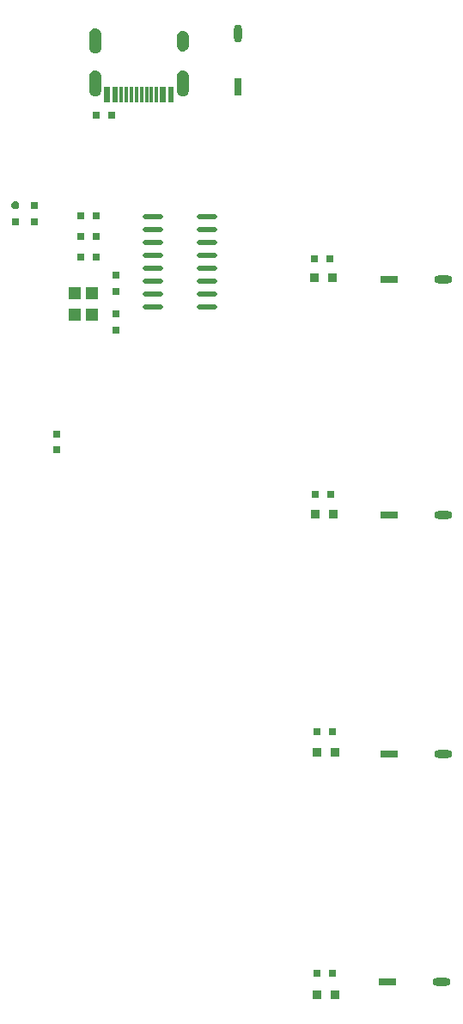
<source format=gtp>
G04*
G04 #@! TF.GenerationSoftware,Altium Limited,Altium Designer,20.0.13 (296)*
G04*
G04 Layer_Color=8421504*
%FSLAX25Y25*%
%MOIN*%
G70*
G01*
G75*
%ADD17R,0.02362X0.06000*%
%ADD18R,0.01181X0.06000*%
%ADD19O,0.07874X0.02165*%
%ADD20R,0.03000X0.03000*%
%ADD21P,0.03247X8X112.5*%
%ADD22R,0.03500X0.03500*%
%ADD23R,0.04724X0.05118*%
%ADD24O,0.07087X0.03150*%
%ADD25R,0.07087X0.03150*%
%ADD26R,0.03000X0.03000*%
%ADD27O,0.03150X0.07087*%
%ADD28R,0.03150X0.07087*%
G36*
X330830Y449455D02*
X331495Y448791D01*
X331854Y447922D01*
Y447452D01*
Y442334D01*
Y441864D01*
X331495Y440996D01*
X330830Y440332D01*
X329962Y439972D01*
X329022D01*
X328154Y440332D01*
X327489Y440996D01*
X327130Y441864D01*
Y442334D01*
Y447452D01*
Y447922D01*
X327489Y448791D01*
X328154Y449455D01*
X329022Y449815D01*
X329962D01*
X330830Y449455D01*
D02*
G37*
G36*
Y432999D02*
X331495Y432334D01*
X331854Y431466D01*
Y430996D01*
Y425878D01*
Y425408D01*
X331495Y424540D01*
X330830Y423875D01*
X329962Y423516D01*
X329022D01*
X328154Y423875D01*
X327489Y424540D01*
X327130Y425408D01*
Y425878D01*
Y430996D01*
Y431466D01*
X327489Y432334D01*
X328154Y432999D01*
X329022Y433358D01*
X329962D01*
X330830Y432999D01*
D02*
G37*
G36*
X346008Y421106D02*
X345024D01*
Y427106D01*
X346008D01*
Y421106D01*
D02*
G37*
G36*
X344040D02*
X343056D01*
Y427106D01*
X344040D01*
Y421106D01*
D02*
G37*
G36*
X342071D02*
X341087D01*
Y427106D01*
X342071D01*
Y421106D01*
D02*
G37*
G36*
X340103D02*
X339119D01*
Y427106D01*
X340103D01*
Y421106D01*
D02*
G37*
G36*
X338272D02*
X336106D01*
Y427106D01*
X338272D01*
Y421106D01*
D02*
G37*
G36*
X335123D02*
X332957D01*
Y427106D01*
X335123D01*
Y421106D01*
D02*
G37*
G36*
X364846Y448471D02*
X365511Y447806D01*
X365870Y446938D01*
Y446468D01*
Y443319D01*
Y442849D01*
X365511Y441980D01*
X364846Y441316D01*
X363978Y440956D01*
X363038D01*
X362170Y441316D01*
X361505Y441980D01*
X361146Y442849D01*
Y443319D01*
Y446468D01*
Y446938D01*
X361505Y447806D01*
X362170Y448471D01*
X363038Y448830D01*
X363978D01*
X364846Y448471D01*
D02*
G37*
G36*
Y432999D02*
X365511Y432335D01*
X365870Y431466D01*
Y430996D01*
Y425878D01*
Y425408D01*
X365511Y424540D01*
X364846Y423876D01*
X363978Y423516D01*
X363038D01*
X362170Y423876D01*
X361505Y424540D01*
X361146Y425408D01*
Y425878D01*
Y430996D01*
Y431466D01*
X361505Y432335D01*
X362170Y432999D01*
X363038Y433359D01*
X363978D01*
X364846Y432999D01*
D02*
G37*
G36*
X360044Y421106D02*
X357878D01*
Y427106D01*
X360044D01*
Y421106D01*
D02*
G37*
G36*
X356894D02*
X354728D01*
Y427106D01*
X356894D01*
Y421106D01*
D02*
G37*
G36*
X353882D02*
X352898D01*
Y427106D01*
X353882D01*
Y421106D01*
D02*
G37*
G36*
X351914D02*
X350930D01*
Y427106D01*
X351914D01*
Y421106D01*
D02*
G37*
G36*
X349945D02*
X348961D01*
Y427106D01*
X349945D01*
Y421106D01*
D02*
G37*
G36*
X347977D02*
X346993D01*
Y427106D01*
X347977D01*
Y421106D01*
D02*
G37*
D17*
X358961Y424106D02*
D03*
X355811D02*
D03*
X334040D02*
D03*
X337189D02*
D03*
D18*
X339611D02*
D03*
X341579D02*
D03*
X343548D02*
D03*
X345516D02*
D03*
X347485D02*
D03*
X349453D02*
D03*
X351422D02*
D03*
X353390D02*
D03*
D19*
X351900Y376709D02*
D03*
Y371709D02*
D03*
Y366709D02*
D03*
Y361709D02*
D03*
Y356709D02*
D03*
Y351709D02*
D03*
Y346709D02*
D03*
Y341709D02*
D03*
X373000Y376709D02*
D03*
Y371709D02*
D03*
Y366709D02*
D03*
Y361709D02*
D03*
Y356709D02*
D03*
Y351709D02*
D03*
Y346709D02*
D03*
Y341709D02*
D03*
D20*
X298500Y374941D02*
D03*
X337500Y332941D02*
D03*
Y339059D02*
D03*
Y354059D02*
D03*
Y347941D02*
D03*
X306000Y374941D02*
D03*
Y381059D02*
D03*
X314500Y292559D02*
D03*
Y286441D02*
D03*
D21*
X298500Y381059D02*
D03*
D22*
X421500Y353000D02*
D03*
X414500D02*
D03*
X422000Y261500D02*
D03*
X415000D02*
D03*
X422500Y169000D02*
D03*
X415500D02*
D03*
X422500Y75000D02*
D03*
X415500D02*
D03*
D23*
X321654Y347134D02*
D03*
Y338866D02*
D03*
X328346D02*
D03*
Y347134D02*
D03*
D24*
X463933Y80000D02*
D03*
X464433Y168500D02*
D03*
Y261167D02*
D03*
Y352500D02*
D03*
D25*
X443067Y80000D02*
D03*
X443567Y168500D02*
D03*
Y261167D02*
D03*
Y352500D02*
D03*
D26*
X421559Y83500D02*
D03*
X415441D02*
D03*
X323941Y361000D02*
D03*
X330059D02*
D03*
X323941Y369000D02*
D03*
X330059D02*
D03*
X421559Y177000D02*
D03*
X415441D02*
D03*
X330059Y377000D02*
D03*
X323941D02*
D03*
X329941Y416000D02*
D03*
X336059D02*
D03*
X414941Y269000D02*
D03*
X421059D02*
D03*
X420559Y360500D02*
D03*
X414441D02*
D03*
D27*
X385000Y447933D02*
D03*
D28*
Y427067D02*
D03*
M02*

</source>
